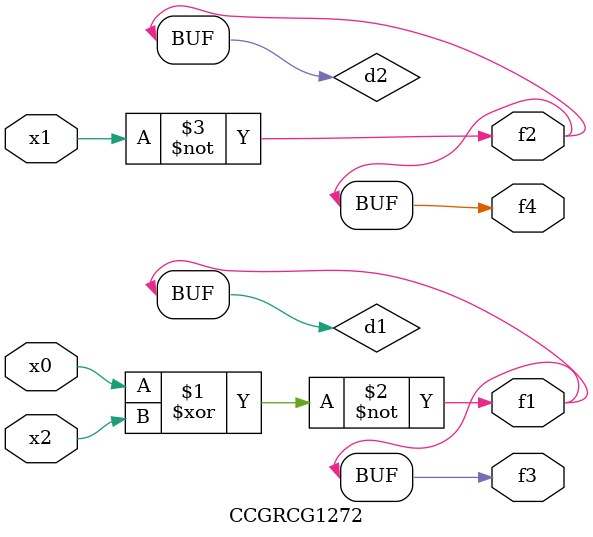
<source format=v>
module CCGRCG1272(
	input x0, x1, x2,
	output f1, f2, f3, f4
);

	wire d1, d2, d3;

	xnor (d1, x0, x2);
	nand (d2, x1);
	nor (d3, x1, x2);
	assign f1 = d1;
	assign f2 = d2;
	assign f3 = d1;
	assign f4 = d2;
endmodule

</source>
